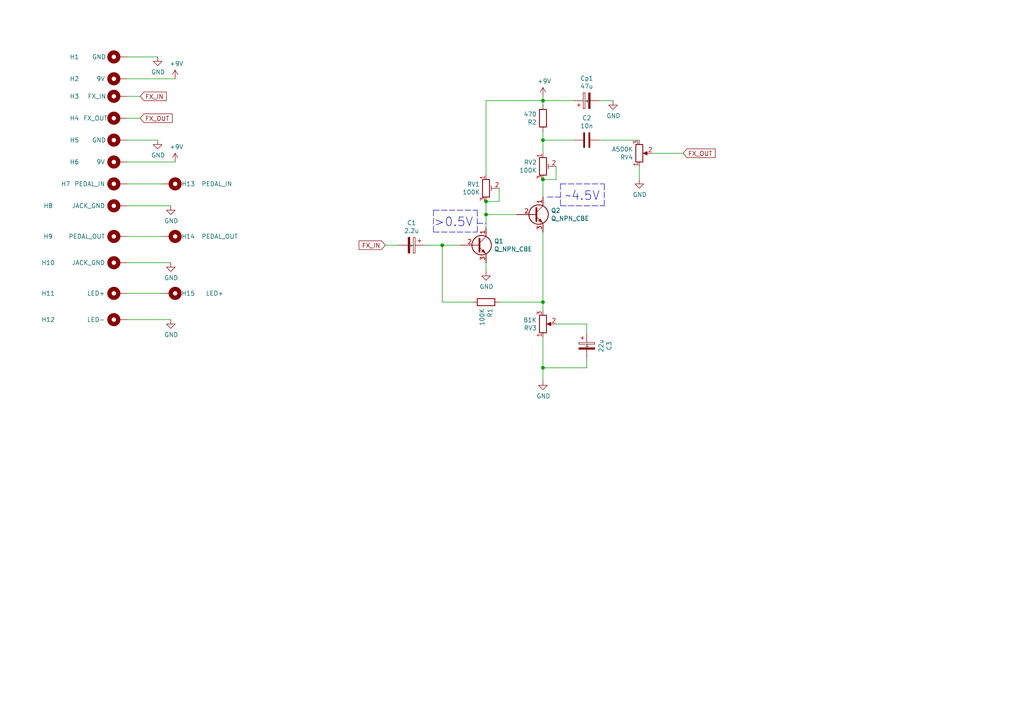
<source format=kicad_sch>
(kicad_sch (version 20211123) (generator eeschema)
  (paper "A4")
  (lib_symbols
    (symbol "Device:C" (pin_numbers hide) (pin_names (offset 0.254))
      (property "Reference" "C" (at 0.635 2.54 0))
      (property "Value" "C" (at 0.635 -2.54 0))
      (symbol "C_0_1"
        (polyline (pts (xy -2.032 -0.762) (xy 2.032 -0.762)) (stroke (width 0.508)))
        (polyline (pts (xy -2.032 0.762) (xy 2.032 0.762)) (stroke (width 0.508)))
      )
      (symbol "C_1_1"
        (pin passive line (at 0 3.81 270) (length 2.794) (name "~") (number "1"))
        (pin passive line (at 0 -3.81 90) (length 2.794) (name "~") (number "2"))
      )
    )
    (symbol "Device:CP" (pin_numbers hide) (pin_names (offset 0.254))
      (property "Reference" "C" (at 0.635 2.54 0))
      (property "Value" "Device_CP" (at 0.635 -2.54 0))
      (symbol "CP_0_1"
        (rectangle (start -2.286 0.508) (end 2.286 1.016))
        (polyline (pts (xy -1.778 2.286) (xy -0.762 2.286)))
        (polyline (pts (xy -1.27 2.794) (xy -1.27 1.778)))
        (rectangle (start 2.286 -0.508) (end -2.286 -1.016) (fill (type outline)))
      )
      (symbol "CP_1_1"
        (pin passive line (at 0 3.81 270) (length 2.794) (name "+") (number "1"))
        (pin passive line (at 0 -3.81 90) (length 2.794) (name "-") (number "2"))
      )
    )
    (symbol "Device:Q_NPN_CBE" (pin_names (offset 0) hide)
      (property "Reference" "Q" (at 5.08 1.27 0))
      (property "Value" "Q_NPN_CBE" (at 5.08 -1.27 0))
      (symbol "Q_NPN_CBE_0_1"
        (polyline (pts (xy 0.635 0.635) (xy 2.54 2.54)))
        (polyline (pts (xy 0.635 -0.635) (xy 2.54 -2.54) (xy 2.54 -2.54)))
        (polyline (pts (xy 0.635 1.905) (xy 0.635 -1.905) (xy 0.635 -1.905)) (stroke (width 0.508)))
        (polyline (pts (xy 1.27 -1.778) (xy 1.778 -1.27) (xy 2.286 -2.286) (xy 1.27 -1.778) (xy 1.27 -1.778)) (fill (type outline)))
        (circle (center 1.27 0) (radius 2.8194) (stroke (width 0.254)))
      )
      (symbol "Q_NPN_CBE_1_1"
        (pin passive line (at 2.54 5.08 270) (length 2.54) (name "C") (number "1"))
        (pin input line (at -5.08 0 0) (length 5.715) (name "B") (number "2"))
        (pin passive line (at 2.54 -5.08 90) (length 2.54) (name "E") (number "3"))
      )
    )
    (symbol "Device:R" (pin_numbers hide) (pin_names (offset 0))
      (property "Reference" "R" (at 2.032 0 90))
      (property "Value" "R" (at 0 0 90))
      (symbol "R_0_1"
        (rectangle (start -1.016 -2.54) (end 1.016 2.54) (stroke (width 0.254)))
      )
      (symbol "R_1_1"
        (pin passive line (at 0 3.81 270) (length 1.27) (name "~") (number "1"))
        (pin passive line (at 0 -3.81 90) (length 1.27) (name "~") (number "2"))
      )
    )
    (symbol "Device:R_POT" (pin_names (offset 1.016) hide)
      (property "Reference" "RV" (at -4.445 0 90))
      (property "Value" "Device_R_POT" (at -2.54 0 90))
      (symbol "R_POT_0_1"
        (polyline (pts (xy 2.54 0) (xy 1.524 0)))
        (polyline (pts (xy 1.143 0) (xy 2.286 0.508) (xy 2.286 -0.508) (xy 1.143 0)) (fill (type outline)))
        (rectangle (start 1.016 2.54) (end -1.016 -2.54) (stroke (width 0.254)))
      )
      (symbol "R_POT_1_1"
        (pin passive line (at 0 3.81 270) (length 1.27) (name "1") (number "1"))
        (pin passive line (at 3.81 0 180) (length 1.27) (name "2") (number "2"))
        (pin passive line (at 0 -3.81 90) (length 1.27) (name "3") (number "3"))
      )
    )
    (symbol "Device:R_POT_TRIM" (pin_names (offset 1.016) hide)
      (property "Reference" "RV" (at -4.445 0 90))
      (property "Value" "Device_R_POT_TRIM" (at -2.54 0 90))
      (symbol "R_POT_TRIM_0_1"
        (polyline (pts (xy 1.524 0.762) (xy 1.524 -0.762)))
        (polyline (pts (xy 2.54 0) (xy 1.524 0)))
        (rectangle (start 1.016 2.54) (end -1.016 -2.54) (stroke (width 0.254)))
      )
      (symbol "R_POT_TRIM_1_1"
        (pin passive line (at 0 3.81 270) (length 1.27) (name "1") (number "1"))
        (pin passive line (at 3.81 0 180) (length 1.27) (name "2") (number "2"))
        (pin passive line (at 0 -3.81 90) (length 1.27) (name "3") (number "3"))
      )
    )
    (symbol "Mechanical:MountingHole_Pad" (pin_numbers hide) (pin_names (offset 1.016) hide)
      (property "Reference" "H" (at 0 6.35 0))
      (property "Value" "MountingHole_Pad" (at 0 4.445 0))
      (symbol "MountingHole_Pad_0_1"
        (circle (center 0 1.27) (radius 1.27) (stroke (width 1.27)))
      )
      (symbol "MountingHole_Pad_1_1"
        (pin input line (at 0 -2.54 90) (length 2.54) (name "1") (number "1"))
      )
    )
    (symbol "power:+9V" (power) (pin_names (offset 0))
      (property "Value" "+9V" (at 0 3.556 0))
      (symbol "+9V_0_1"
        (polyline (pts (xy -0.762 1.27) (xy 0 2.54)))
        (polyline (pts (xy 0 0) (xy 0 2.54)))
        (polyline (pts (xy 0 2.54) (xy 0.762 1.27)))
      )
      (symbol "+9V_1_1"
        (pin power_in line (at 0 0 90) (length 0) hide (name "+9V") (number "1"))
      )
    )
    (symbol "power:GND" (power) (pin_names (offset 0))
      (property "Value" "GND" (at 0 -3.81 0))
      (symbol "GND_0_1"
        (polyline (pts (xy 0 0) (xy 0 -1.27) (xy 1.27 -1.27) (xy 0 -2.54) (xy -1.27 -1.27) (xy 0 -1.27)))
      )
      (symbol "GND_1_1"
        (pin power_in line (at 0 0 270) (length 0) hide (name "GND") (number "1"))
      )
    )
  )
  (junction (at 140.97 62.23))
  (junction (at 157.48 106.68))
  (junction (at 157.48 87.63))
  (junction (at 157.48 40.64))
  (junction (at 140.97 58.42))
  (junction (at 128.27 71.12))
  (junction (at 157.48 52.07))
  (junction (at 157.48 29.21))
  (wire (pts (xy 36.83 40.64) (xy 45.72 40.64)))
  (wire (pts (xy 128.27 71.12) (xy 128.27 87.63)))
  (wire (pts (xy 157.48 97.79) (xy 157.48 106.68)))
  (wire (pts (xy 36.83 59.69) (xy 49.53 59.69)))
  (polyline (pts (xy 125.73 60.96) (xy 138.43 60.96)))
  (wire (pts (xy 128.27 71.12) (xy 133.35 71.12)))
  (polyline (pts (xy 175.26 59.69) (xy 175.26 53.34)))
  (wire (pts (xy 185.42 52.07) (xy 185.42 48.26)))
  (wire (pts (xy 157.48 29.21) (xy 140.97 29.21)))
  (wire (pts (xy 173.99 40.64) (xy 185.42 40.64)))
  (wire (pts (xy 170.18 106.68) (xy 170.18 104.14)))
  (wire (pts (xy 140.97 78.74) (xy 140.97 76.2)))
  (wire (pts (xy 36.83 68.58) (xy 46.99 68.58)))
  (wire (pts (xy 157.48 29.21) (xy 166.37 29.21)))
  (wire (pts (xy 36.83 53.34) (xy 46.99 53.34)))
  (wire (pts (xy 140.97 58.42) (xy 140.97 62.23)))
  (wire (pts (xy 144.78 54.61) (xy 144.78 58.42)))
  (polyline (pts (xy 158.75 57.15) (xy 162.56 57.15)))
  (wire (pts (xy 173.99 29.21) (xy 177.8 29.21)))
  (wire (pts (xy 49.53 92.71) (xy 36.83 92.71)))
  (wire (pts (xy 40.64 34.29) (xy 36.83 34.29)))
  (wire (pts (xy 140.97 29.21) (xy 140.97 50.8)))
  (polyline (pts (xy 138.43 67.31) (xy 138.43 60.96)))
  (wire (pts (xy 123.19 71.12) (xy 128.27 71.12)))
  (wire (pts (xy 157.48 40.64) (xy 166.37 40.64)))
  (wire (pts (xy 161.29 48.26) (xy 161.29 52.07)))
  (wire (pts (xy 157.48 40.64) (xy 157.48 44.45)))
  (wire (pts (xy 157.48 38.1) (xy 157.48 40.64)))
  (wire (pts (xy 157.48 106.68) (xy 157.48 110.49)))
  (wire (pts (xy 157.48 27.94) (xy 157.48 29.21)))
  (polyline (pts (xy 162.56 59.69) (xy 175.26 59.69)))
  (wire (pts (xy 170.18 106.68) (xy 157.48 106.68)))
  (wire (pts (xy 157.48 87.63) (xy 157.48 67.31)))
  (wire (pts (xy 140.97 62.23) (xy 140.97 66.04)))
  (wire (pts (xy 161.29 52.07) (xy 157.48 52.07)))
  (polyline (pts (xy 162.56 53.34) (xy 175.26 53.34)))
  (wire (pts (xy 170.18 96.52) (xy 170.18 93.98)))
  (wire (pts (xy 157.48 87.63) (xy 157.48 90.17)))
  (wire (pts (xy 111.76 71.12) (xy 115.57 71.12)))
  (polyline (pts (xy 125.73 67.31) (xy 138.43 67.31)))
  (wire (pts (xy 144.78 87.63) (xy 157.48 87.63)))
  (wire (pts (xy 40.64 27.94) (xy 36.83 27.94)))
  (wire (pts (xy 50.8 46.99) (xy 36.83 46.99)))
  (wire (pts (xy 36.83 76.2) (xy 49.53 76.2)))
  (polyline (pts (xy 125.73 60.96) (xy 125.73 67.31)))
  (wire (pts (xy 157.48 29.21) (xy 157.48 30.48)))
  (wire (pts (xy 157.48 57.15) (xy 157.48 52.07)))
  (wire (pts (xy 36.83 16.51) (xy 45.72 16.51)))
  (wire (pts (xy 189.23 44.45) (xy 198.12 44.45)))
  (wire (pts (xy 50.8 22.86) (xy 36.83 22.86)))
  (wire (pts (xy 161.29 93.98) (xy 170.18 93.98)))
  (wire (pts (xy 128.27 87.63) (xy 137.16 87.63)))
  (wire (pts (xy 149.86 62.23) (xy 140.97 62.23)))
  (wire (pts (xy 144.78 58.42) (xy 140.97 58.42)))
  (wire (pts (xy 36.83 85.09) (xy 46.99 85.09)))
  (polyline (pts (xy 138.43 64.77) (xy 140.97 64.77)))
  (polyline (pts (xy 162.56 53.34) (xy 162.56 59.69)))
  (text "~4.5V" (at 163.83 58.42 0) (effects (font (size 2.54 2.54)) (justify left bottom)))
  (text ">0.5V" (at 125.73 66.04 0) (effects (font (size 2.54 2.54)) (justify left bottom)))
  (global_label "FX_IN" (shape input) (at 111.76 71.12 180) (property "Intersheet References" "${INTERSHEET_REFS}" (effects hide)))
  (global_label "FX_OUT" (shape input) (at 198.12 44.45 0) (property "Intersheet References" "${INTERSHEET_REFS}" (effects hide)))
  (global_label "FX_IN" (shape input) (at 40.64 27.94 0) (property "Intersheet References" "${INTERSHEET_REFS}" (effects hide)))
  (global_label "FX_OUT" (shape input) (at 40.64 34.29 0) (property "Intersheet References" "${INTERSHEET_REFS}" (effects hide)))
  (symbol (lib_id "Device:CP") (at 119.38 71.12 270) (unit 1)
    (property "Reference" "C1" (at 119.38 64.643 90))
    (property "Value" "2.2u" (at 119.38 66.9544 90))
    (property "Footprint" "Capacitor_THT:CP_Radial_D5.0mm_P2.50mm" (effects hide))
  )
  (symbol (lib_id "Mechanical:MountingHole_Pad") (at 34.29 16.51 90) (unit 1)
    (property "Reference" "H1" (at 21.59 16.51 90))
    (property "Value" "GND" (at 26.67 16.51 90) (effects (justify right)))
    (property "Footprint" "pedal-component-footprint:PinHeader_1x01_P2.54mm_Long_Front_Back" (effects hide))
  )
  (symbol (lib_id "Mechanical:MountingHole_Pad") (at 34.29 22.86 90) (unit 1)
    (property "Reference" "H2" (at 21.59 22.86 90))
    (property "Value" "9V" (at 27.94 22.86 90) (effects (justify right)))
    (property "Footprint" "pedal-component-footprint:PinHeader_1x01_P2.54mm_Long_Front_Back" (effects hide))
  )
  (symbol (lib_id "Mechanical:MountingHole_Pad") (at 34.29 27.94 90) (unit 1)
    (property "Reference" "H3" (at 21.59 27.94 90))
    (property "Value" "FX_IN" (at 25.4 27.94 90) (effects (justify right)))
    (property "Footprint" "pedal-component-footprint:PinHeader_1x01_P2.54mm_Long_Front_Back" (effects hide))
  )
  (symbol (lib_id "Mechanical:MountingHole_Pad") (at 34.29 34.29 90) (unit 1)
    (property "Reference" "H4" (at 21.59 34.29 90))
    (property "Value" "FX_OUT" (at 24.13 34.29 90) (effects (justify right)))
    (property "Footprint" "pedal-component-footprint:PinHeader_1x01_P2.54mm_Long_Front_Back" (effects hide))
  )
  (symbol (lib_id "power:GND") (at 49.53 92.71 0) (unit 1)
    (property "Reference" "#PWR0101" (effects hide))
    (property "Value" "GND" (at 49.657 97.1042 0))
  )
  (symbol (lib_id "power:GND") (at 45.72 40.64 0) (unit 1)
    (property "Reference" "#PWR02" (effects hide))
    (property "Value" "GND" (at 45.847 45.0342 0))
  )
  (symbol (lib_id "power:+9V") (at 50.8 46.99 0) (unit 1)
    (property "Reference" "#PWR07" (effects hide))
    (property "Value" "+9V" (at 51.181 42.5958 0))
  )
  (symbol (lib_id "Mechanical:MountingHole_Pad") (at 34.29 40.64 90) (unit 1)
    (property "Reference" "H5" (at 21.59 40.64 90))
    (property "Value" "GND" (at 26.67 40.64 90) (effects (justify right)))
    (property "Footprint" "pedal-component-footprint:PinHeader_1x01_P2.54mm_Long_Front_Back" (effects hide))
  )
  (symbol (lib_id "Mechanical:MountingHole_Pad") (at 34.29 46.99 90) (unit 1)
    (property "Reference" "H6" (at 21.59 46.99 90))
    (property "Value" "9V" (at 27.94 46.99 90) (effects (justify right)))
    (property "Footprint" "pedal-component-footprint:PinHeader_1x01_P2.54mm_Long_Front_Back" (effects hide))
  )
  (symbol (lib_id "Mechanical:MountingHole_Pad") (at 34.29 53.34 90) (unit 1)
    (property "Reference" "H7" (at 19.05 53.34 90))
    (property "Value" "PEDAL_IN" (at 30.48 53.34 90) (effects (justify left)))
    (property "Footprint" "pedal-component-footprint:PinHeader_1x01_P2.54mm_Long_Front_Back" (effects hide))
  )
  (symbol (lib_id "Mechanical:MountingHole_Pad") (at 49.53 53.34 270) (unit 1)
    (property "Reference" "H13" (at 54.61 53.34 90))
    (property "Value" "PEDAL_IN" (at 58.42 53.34 90) (effects (justify left)))
    (property "Footprint" "pedal-component-footprint:PinHeader_1x01_P2.54mm_Long_Front_Back" (effects hide))
  )
  (symbol (lib_id "power:GND") (at 45.72 16.51 0) (unit 1)
    (property "Reference" "#PWR01" (effects hide))
    (property "Value" "GND" (at 45.847 20.9042 0))
  )
  (symbol (lib_id "power:+9V") (at 50.8 22.86 0) (unit 1)
    (property "Reference" "#PWR06" (effects hide))
    (property "Value" "+9V" (at 51.181 18.4658 0))
  )
  (symbol (lib_id "Device:Q_NPN_CBE") (at 138.43 71.12 0) (unit 1)
    (property "Reference" "Q1" (at 143.2814 69.9516 0) (effects (justify left)))
    (property "Value" "Q_NPN_CBE" (at 143.2814 72.263 0) (effects (justify left)))
    (property "Footprint" "pedal-component-footprint:Transistor_TO-5_CBE_d10.1mm_2" (effects hide))
  )
  (symbol (lib_id "Device:Q_NPN_CBE") (at 154.94 62.23 0) (unit 1)
    (property "Reference" "Q2" (at 159.7914 61.0616 0) (effects (justify left)))
    (property "Value" "Q_NPN_CBE" (at 159.7914 63.373 0) (effects (justify left)))
    (property "Footprint" "pedal-component-footprint:Transistor_TO-5_CBE_d10.1mm_2" (effects hide))
  )
  (symbol (lib_id "Device:R_POT_TRIM") (at 140.97 54.61 0) (unit 1)
    (property "Reference" "RV1" (at 139.2174 53.4416 0) (effects (justify right)))
    (property "Value" "100K" (at 139.2174 55.753 0) (effects (justify right)))
    (property "Footprint" "MBv3 potentiometers:Trim_Multi_turns" (effects hide))
  )
  (symbol (lib_id "Device:R") (at 140.97 87.63 270) (unit 1)
    (property "Reference" "R1" (at 142.1384 89.408 0) (effects (justify left)))
    (property "Value" "100K" (at 139.827 89.408 0) (effects (justify left)))
    (property "Footprint" "Resistor_THT:R_Axial_DIN0207_L6.3mm_D2.5mm_P7.62mm_Horizontal" (effects hide))
  )
  (symbol (lib_id "Device:R_POT") (at 157.48 93.98 0) (mirror x) (unit 1)
    (property "Reference" "RV3" (at 155.702 95.1484 0) (effects (justify right)))
    (property "Value" "B1K" (at 155.702 92.837 0) (effects (justify right)))
    (property "Footprint" "MBv3 potentiometers:16MM_B.MOUNT_BANZAI" (effects hide))
  )
  (symbol (lib_id "Device:CP") (at 170.18 100.33 0) (unit 1)
    (property "Reference" "C3" (at 176.657 100.33 90))
    (property "Value" "22u" (at 174.3456 100.33 90))
    (property "Footprint" "Capacitor_THT:CP_Radial_D5.0mm_P2.50mm" (effects hide))
  )
  (symbol (lib_id "Device:R_POT_TRIM") (at 157.48 48.26 0) (unit 1)
    (property "Reference" "RV2" (at 155.7274 47.0916 0) (effects (justify right)))
    (property "Value" "100K" (at 155.7274 49.403 0) (effects (justify right)))
    (property "Footprint" "MBv3 potentiometers:Trim_Multi_turns" (effects hide))
  )
  (symbol (lib_id "power:+9V") (at 157.48 27.94 0) (unit 1)
    (property "Reference" "#PWR09" (effects hide))
    (property "Value" "+9V" (at 157.861 23.5458 0))
  )
  (symbol (lib_id "Device:R") (at 157.48 34.29 180) (unit 1)
    (property "Reference" "R2" (at 155.702 35.4584 0) (effects (justify left)))
    (property "Value" "470" (at 155.702 33.147 0) (effects (justify left)))
    (property "Footprint" "Resistor_THT:R_Axial_DIN0207_L6.3mm_D2.5mm_P7.62mm_Horizontal" (effects hide))
  )
  (symbol (lib_id "power:GND") (at 157.48 110.49 0) (unit 1)
    (property "Reference" "#PWR010" (effects hide))
    (property "Value" "GND" (at 157.607 114.8842 0))
  )
  (symbol (lib_id "power:GND") (at 140.97 78.74 0) (unit 1)
    (property "Reference" "#PWR08" (effects hide))
    (property "Value" "GND" (at 141.097 83.1342 0))
  )
  (symbol (lib_id "Device:C") (at 170.18 40.64 270) (unit 1)
    (property "Reference" "C2" (at 170.18 34.2392 90))
    (property "Value" "10n" (at 170.18 36.5506 90))
    (property "Footprint" "Capacitor_THT:C_Disc_D5.1mm_W3.2mm_P5.00mm" (effects hide))
  )
  (symbol (lib_id "Device:R_POT") (at 185.42 44.45 0) (mirror x) (unit 1)
    (property "Reference" "RV4" (at 183.642 45.6184 0) (effects (justify right)))
    (property "Value" "A500K" (at 183.642 43.307 0) (effects (justify right)))
    (property "Footprint" "MBv3 potentiometers:16MM_B.MOUNT_BANZAI" (effects hide))
  )
  (symbol (lib_id "power:GND") (at 185.42 52.07 0) (unit 1)
    (property "Reference" "#PWR012" (effects hide))
    (property "Value" "GND" (at 185.547 56.4642 0))
  )
  (symbol (lib_id "Device:CP") (at 170.18 29.21 90) (unit 1)
    (property "Reference" "Cp1" (at 170.18 22.733 90))
    (property "Value" "47u" (at 170.18 25.0444 90))
    (property "Footprint" "Capacitor_THT:CP_Radial_D5.0mm_P2.50mm" (effects hide))
  )
  (symbol (lib_id "power:GND") (at 177.8 29.21 0) (unit 1)
    (property "Reference" "#PWR011" (effects hide))
    (property "Value" "GND" (at 177.927 33.6042 0))
  )
  (symbol (lib_id "Mechanical:MountingHole_Pad") (at 34.29 68.58 90) (unit 1)
    (property "Reference" "H9" (at 13.97 68.58 90))
    (property "Value" "PEDAL_OUT" (at 30.48 68.58 90) (effects (justify left)))
    (property "Footprint" "pedal-component-footprint:PinHeader_1x01_P2.54mm_Long_Front_Back" (effects hide))
  )
  (symbol (lib_id "Mechanical:MountingHole_Pad") (at 49.53 68.58 270) (unit 1)
    (property "Reference" "H14" (at 54.61 68.58 90))
    (property "Value" "PEDAL_OUT" (at 58.42 68.58 90) (effects (justify left)))
    (property "Footprint" "pedal-component-footprint:PinHeader_1x01_P2.54mm_Long_Front_Back" (effects hide))
  )
  (symbol (lib_id "Mechanical:MountingHole_Pad") (at 34.29 59.69 90) (unit 1)
    (property "Reference" "H8" (at 13.97 59.69 90))
    (property "Value" "JACK_GND" (at 30.48 59.69 90) (effects (justify left)))
    (property "Footprint" "pedal-component-footprint:PinHeader_1x01_P2.54mm_Long_Front_Back" (effects hide))
  )
  (symbol (lib_id "power:GND") (at 49.53 59.69 0) (unit 1)
    (property "Reference" "#PWR03" (effects hide))
    (property "Value" "GND" (at 49.657 64.0842 0))
  )
  (symbol (lib_id "Mechanical:MountingHole_Pad") (at 34.29 76.2 90) (unit 1)
    (property "Reference" "H10" (at 13.97 76.2 90))
    (property "Value" "JACK_GND" (at 30.48 76.2 90) (effects (justify left)))
    (property "Footprint" "pedal-component-footprint:PinHeader_1x01_P2.54mm_Long_Front_Back" (effects hide))
  )
  (symbol (lib_id "power:GND") (at 49.53 76.2 0) (unit 1)
    (property "Reference" "#PWR04" (effects hide))
    (property "Value" "GND" (at 49.657 80.5942 0))
  )
  (symbol (lib_id "Mechanical:MountingHole_Pad") (at 34.29 85.09 90) (unit 1)
    (property "Reference" "H11" (at 13.97 85.09 90))
    (property "Value" "LED+" (at 30.48 85.09 90) (effects (justify left)))
    (property "Footprint" "pedal-component-footprint:PinHeader_1x01_P2.54mm_Long_Front_Back" (effects hide))
  )
  (symbol (lib_id "Mechanical:MountingHole_Pad") (at 49.53 85.09 270) (unit 1)
    (property "Reference" "H15" (at 54.61 85.09 90))
    (property "Value" "LED+" (at 59.69 85.09 90) (effects (justify left)))
    (property "Footprint" "pedal-component-footprint:PinHeader_1x01_P2.54mm_Long_Front_Back" (effects hide))
  )
  (symbol (lib_id "Mechanical:MountingHole_Pad") (at 34.29 92.71 90) (unit 1)
    (property "Reference" "H12" (at 13.97 92.71 90))
    (property "Value" "LED-" (at 30.48 92.71 90) (effects (justify left)))
    (property "Footprint" "pedal-component-footprint:PinHeader_1x01_P2.54mm_Long_Front_Back" (effects hide))
  )
)
</source>
